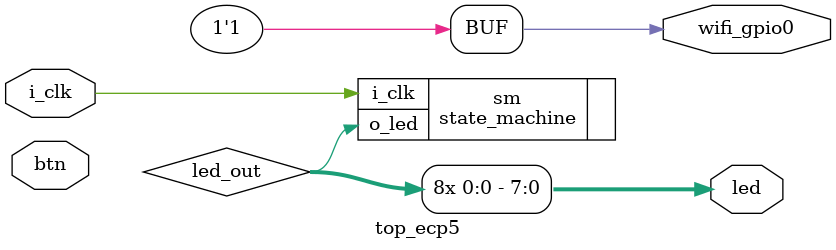
<source format=v>
module top_ecp5 (
    /* verilator lint_off UNUSED */
    input i_clk,
    input [6:0] btn,
    output reg [7:0] led,
    output wifi_gpio0
    /* verilator lint_on UNUSED */
);
    // Tie GPIO0, keep board from rebooting
    assign wifi_gpio0 = 1'b1;

    wire led_out;

    state_machine 
        #(
            // On the real board, our clock is 16MHz, so in order to see the LED pattern
            // we need to consider how many cycle ticks we should have.  In our case
            // 16*1000*1000 is one second, which is roughly when the 24th bit toggles.
            // We'll use that as our algorithm's tick delay.
            .LED_BLINK_BIT(22),
          
            .NUM_CYCLES_PER_UPDATE(1 << 24))
        sm(
            .i_clk(i_clk),
            .o_led(led_out)
        );

    // Copy the led_out wire from our state machine out to all of the leds
    // on the ULX3S board
    assign led = {8{led_out}};

endmodule

</source>
